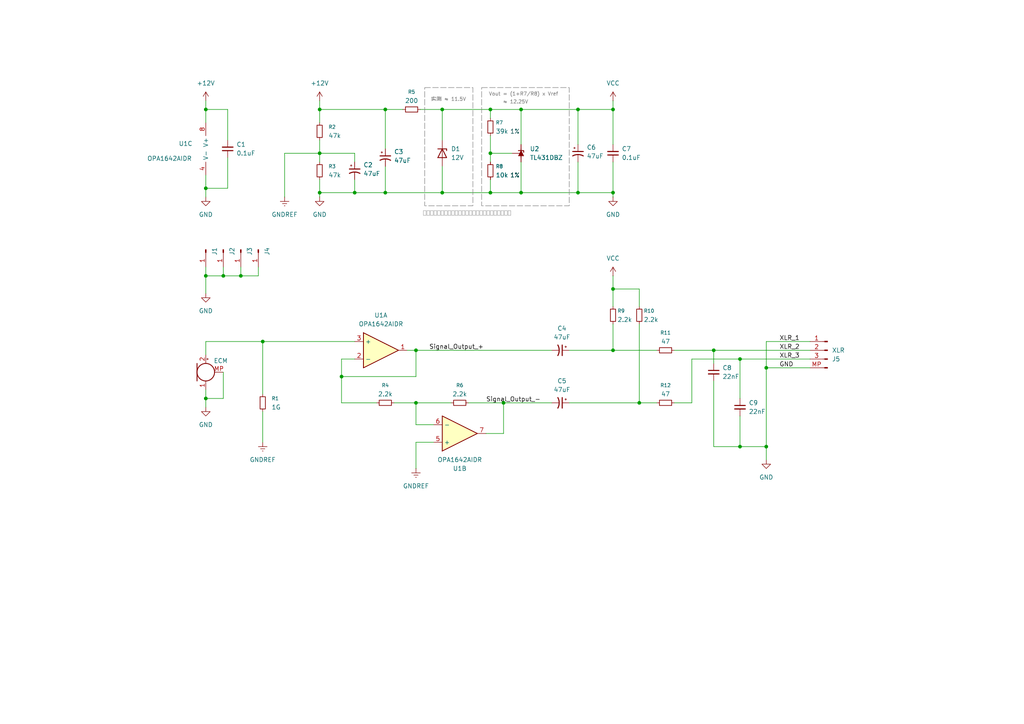
<source format=kicad_sch>
(kicad_sch (version 20250114) (generator "eeschema") (generator_version "9.0")
  (paper "A4")
  (title_block (title "OPA_Alice_ECM_Microphone") (date "2025-09-05") (rev "V1.0") (company "AXin实验室"))
  (lib_symbols
    (symbol "Connector:Conn_01x01_Pin" (pin_names (offset 1.016) (hide yes))
      (property "Reference" "J" (at 0 2.54 0))
      (property "Value" "Conn_01x01_Pin" (at 0 -2.54 0))
      (symbol "Conn_01x01_Pin_1_1"
        (rectangle (start 0.8636 0.127) (end 0 -0.127) (stroke (width 0.1524)) (fill (type outline)))
        (polyline (pts (xy 1.27 0) (xy 0.8636 0)) (stroke (width 0.1524)))
        (pin passive line (at 5.08 0 180) (length 3.81) (name "Pin_1") (number "1"))
      )
    )
    (symbol "Connector:Conn_01x04_Pin" (pin_names (offset 1.016) (hide yes))
      (property "Reference" "J2" (at -1.27 -2.5401 0))
      (property "Value" "XLR" (at -1.27 -0.0001 0))
      (symbol "Conn_01x04_Pin_1_1"
        (rectangle (start 0.8636 2.667) (end 0 2.413) (stroke (width 0.1524)) (fill (type outline)))
        (rectangle (start 0.8636 0.127) (end 0 -0.127) (stroke (width 0.1524)) (fill (type outline)))
        (rectangle (start 0.8636 -2.413) (end 0 -2.667) (stroke (width 0.1524)) (fill (type outline)))
        (rectangle (start 0.8636 -4.953) (end 0 -5.207) (stroke (width 0.1524)) (fill (type outline)))
        (polyline (pts (xy 1.27 2.54) (xy 0.8636 2.54)) (stroke (width 0.1524)))
        (polyline (pts (xy 1.27 0) (xy 0.8636 0)) (stroke (width 0.1524)))
        (polyline (pts (xy 1.27 -2.54) (xy 0.8636 -2.54)) (stroke (width 0.1524)))
        (polyline (pts (xy 1.27 -5.08) (xy 0.8636 -5.08)) (stroke (width 0.1524)))
        (pin passive line (at 5.08 2.54 180) (length 3.81) (name "Pin_1") (number "1"))
        (pin passive line (at 5.08 0 180) (length 3.81) (name "Pin_2") (number "2"))
        (pin passive line (at 5.08 -2.54 180) (length 3.81) (name "Pin_3") (number "3"))
        (pin passive line (at 5.08 -5.08 180) (length 3.81) (name "Pin_4") (number "MP"))
      )
    )
    (symbol "Device:C_Polarized_Small_US" (pin_numbers (hide yes)) (pin_names (offset 0.254) (hide yes))
      (property "Reference" "C" (at 0.254 1.778 0))
      (property "Value" "C_Polarized_Small_US" (at 0.254 -2.032 0))
      (symbol "C_Polarized_Small_US_0_1"
        (polyline (pts (xy -1.524 0.508) (xy 1.524 0.508)) (stroke (width 0.3048)))
        (polyline (pts (xy -1.27 1.524) (xy -0.762 1.524)))
        (polyline (pts (xy -1.016 1.27) (xy -1.016 1.778)))
        (arc (start -1.524 -0.762) (mid 0 -0.3734) (end 1.524 -0.762) (stroke (width 0.3048)))
      )
      (symbol "C_Polarized_Small_US_1_1"
        (pin passive line (at 0 2.54 270) (length 2.032) (name "~") (number "1"))
        (pin passive line (at 0 -2.54 90) (length 2.032) (name "~") (number "2"))
      )
    )
    (symbol "Device:C_Small" (pin_numbers (hide yes)) (pin_names (offset 0.254) (hide yes))
      (property "Reference" "C" (at 0.254 1.778 0))
      (property "Value" "C_Small" (at 0.254 -2.032 0))
      (symbol "C_Small_0_1"
        (polyline (pts (xy -1.524 0.508) (xy 1.524 0.508)) (stroke (width 0.3048)))
        (polyline (pts (xy -1.524 -0.508) (xy 1.524 -0.508)) (stroke (width 0.3302)))
      )
      (symbol "C_Small_1_1"
        (pin passive line (at 0 2.54 270) (length 2.032) (name "~") (number "1"))
        (pin passive line (at 0 -2.54 90) (length 2.032) (name "~") (number "2"))
      )
    )
    (symbol "Device:D_Zener" (pin_numbers (hide yes)) (pin_names (offset 1.016) (hide yes))
      (property "Reference" "D" (at 0 2.54 0))
      (property "Value" "D_Zener" (at 0 -2.54 0))
      (symbol "D_Zener_0_1"
        (polyline (pts (xy -1.27 -1.27) (xy -1.27 1.27) (xy -0.762 1.27)) (stroke (width 0.254)))
        (polyline (pts (xy 1.27 0) (xy -1.27 0)))
        (polyline (pts (xy 1.27 -1.27) (xy 1.27 1.27) (xy -1.27 0) (xy 1.27 -1.27)) (stroke (width 0.254)))
      )
      (symbol "D_Zener_1_1"
        (pin passive line (at -3.81 0 0) (length 2.54) (name "K") (number "1"))
        (pin passive line (at 3.81 0 180) (length 2.54) (name "A") (number "2"))
      )
    )
    (symbol "Device:Microphone" (pin_names (offset 0.0254) (hide yes))
      (property "Value" "ECM" (at 2.286 3.302 0))
      (symbol "Microphone_0_1"
        (polyline (pts (xy -2.54 2.54) (xy -2.54 -2.54)) (stroke (width 0.254)))
        (circle (center 0 0) (radius 2.54) (stroke (width 0.254)))
        (polyline (pts (xy 0.254 3.81) (xy 0.762 3.81)))
        (polyline (pts (xy 0.508 4.064) (xy 0.508 3.556)))
      )
      (symbol "Microphone_1_1"
        (pin passive line (at 0 5.08 270) (length 2.54) (name "+") (number "2"))
        (pin passive line (at 0 -5.08 90) (length 2.54) (name "-") (number "1"))
        (pin passive line (at 5.08 0 180) (length 2.54) (name "MP") (number "MP"))
      )
    )
    (symbol "Device:R_Small" (pin_numbers (hide yes)) (pin_names (offset 0.254) (hide yes))
      (property "Reference" "R" (at 0 0 90))
      (property "Value" "R_Small" (at 1.778 0 90))
      (symbol "R_Small_0_1"
        (rectangle (start -0.762 1.778) (end 0.762 -1.778) (stroke (width 0.2032)))
      )
      (symbol "R_Small_1_1"
        (pin passive line (at 0 2.54 270) (length 0.762) (name "~") (number "1"))
        (pin passive line (at 0 -2.54 90) (length 0.762) (name "~") (number "2"))
      )
    )
    (symbol "PCM1863:OPA1642AIDR"
      (property "Reference" "U" (at 2.794 7.62 0))
      (property "Value" "OPA1642AIDR" (at 0 0 0))
      (symbol "OPA1642AIDR_1_1"
        (polyline (pts (xy 0 5.08) (xy 10.16 0) (xy 0 -5.08) (xy 0 5.08)) (stroke (width 0.254)) (fill (type background)))
        (pin input line (at -2.54 2.54 0) (length 2.54) (name "+") (number "3"))
        (pin input line (at -2.54 -2.54 0) (length 2.54) (name "-") (number "2"))
        (pin output line (at 12.7 0 180) (length 2.54) (name "~") (number "1"))
      )
      (symbol "OPA1642AIDR_2_1"
        (polyline (pts (xy 0 5.08) (xy 10.16 0) (xy 0 -5.08) (xy 0 5.08)) (stroke (width 0.254)) (fill (type background)))
        (pin input line (at -2.54 2.54 0) (length 2.54) (name "+") (number "5"))
        (pin input line (at -2.54 -2.54 0) (length 2.54) (name "-") (number "6"))
        (pin output line (at 12.7 0 180) (length 2.54) (name "~") (number "7"))
      )
      (symbol "OPA1642AIDR_3_1"
        (pin power_in line (at 0 7.62 270) (length 3.81) (name "V+") (number "8"))
        (pin power_in line (at 0 -7.62 90) (length 3.81) (name "V-") (number "4"))
      )
    )
    (symbol "Reference_Voltage:TL431DBZ" (pin_numbers (hide yes)) (pin_names (hide yes))
      (property "Reference" "U" (at -2.54 2.54 0))
      (property "Value" "TL431DBZ" (at 0 -2.54 0))
      (symbol "TL431DBZ_0_1"
        (polyline (pts (xy -1.27 0) (xy 0 0) (xy 1.27 0)))
        (polyline (pts (xy -0.762 -0.762) (xy -0.762 0.762) (xy 0.762 0) (xy -0.762 -0.762)) (fill (type outline)))
        (polyline (pts (xy 0.254 -0.762) (xy 0.762 -0.762) (xy 0.762 0.762) (xy 0.762 0.762)) (stroke (width 0.254)))
      )
      (symbol "TL431DBZ_1_1"
        (pin passive line (at -2.54 0 0) (length 2.54) (name "A") (number "3"))
        (pin passive line (at 0 2.54 270) (length 2.54) (name "REF") (number "2"))
        (pin passive line (at 2.54 0 180) (length 2.54) (name "K") (number "1"))
      )
    )
    (symbol "power:+12V" (power) (pin_numbers (hide yes)) (pin_names (offset 0) (hide yes))
      (property "Value" "+12V" (at 0 3.556 0))
      (symbol "+12V_0_1"
        (polyline (pts (xy -0.762 1.27) (xy 0 2.54)))
        (polyline (pts (xy 0 2.54) (xy 0.762 1.27)))
        (polyline (pts (xy 0 0) (xy 0 2.54)))
      )
      (symbol "+12V_1_1"
        (pin power_in line (at 0 0 90) (length 0) (name "~") (number "1"))
      )
    )
    (symbol "power:GND" (power) (pin_numbers (hide yes)) (pin_names (offset 0) (hide yes))
      (property "Value" "GND" (at 0 -3.81 0))
      (symbol "GND_0_1"
        (polyline (pts (xy 0 0) (xy 0 -1.27) (xy 1.27 -1.27) (xy 0 -2.54) (xy -1.27 -1.27) (xy 0 -1.27)))
      )
      (symbol "GND_1_1"
        (pin power_in line (at 0 0 270) (length 0) (name "~") (number "1"))
      )
    )
    (symbol "power:GNDREF" (power) (pin_numbers (hide yes)) (pin_names (offset 0) (hide yes))
      (property "Value" "GNDREF" (at 0 -3.81 0))
      (symbol "GNDREF_0_1"
        (polyline (pts (xy -0.635 -1.905) (xy 0.635 -1.905)))
        (polyline (pts (xy -0.127 -2.54) (xy 0.127 -2.54)))
        (polyline (pts (xy 0 -1.27) (xy 0 0)))
        (polyline (pts (xy 1.27 -1.27) (xy -1.27 -1.27)))
      )
      (symbol "GNDREF_1_1"
        (pin power_in line (at 0 0 270) (length 0) (name "~") (number "1"))
      )
    )
    (symbol "power:VCC" (power) (pin_numbers (hide yes)) (pin_names (offset 0) (hide yes))
      (property "Value" "VCC" (at 0 3.556 0))
      (symbol "VCC_0_1"
        (polyline (pts (xy -0.762 1.27) (xy 0 2.54)))
        (polyline (pts (xy 0 2.54) (xy 0.762 1.27)))
        (polyline (pts (xy 0 0) (xy 0 2.54)))
      )
      (symbol "VCC_1_1"
        (pin power_in line (at 0 0 90) (length 0) (name "~") (number "1"))
      )
    )
  )
  (rectangle (start 123.19 25.4) (end 137.16 59.69) (stroke (width 0) (type dash) (color 132 132 132 1)))
  (rectangle (start 139.7 25.4) (end 165.1 59.69) (stroke (width 0) (type dash) (color 132 132 132 1)))
  (text "Vout = (1+R7/R8) x Vref" (at 141.732 27.432 0) (effects (font (size 1.016 1.016)) (justify left)))
  (text "实测 ≈ 11.5V" (at 124.968 28.956 0) (effects (font (size 1.016 1.016)) (justify left)))
  (text "用于测试不同稳压电路底噪，两个稳压电路保留一个即可" (at 122.682 62.992 0) (effects (font (size 1.2192 1.2192) (bold yes)) (justify left bottom)))
  (text "≈ 12.25V" (at 145.796 29.718 0) (effects (font (size 1.016 1.016)) (justify left)))
  (junction (at 102.87 55.88))
  (junction (at 59.69 54.61))
  (junction (at 151.13 31.75))
  (junction (at 69.85 80.01))
  (junction (at 76.2 99.06))
  (junction (at 120.65 116.84))
  (junction (at 92.71 55.88))
  (junction (at 167.64 55.88))
  (junction (at 177.8 83.82))
  (junction (at 177.8 101.6))
  (junction (at 59.69 80.01))
  (junction (at 146.05 116.84))
  (junction (at 59.69 115.57))
  (junction (at 151.13 55.88))
  (junction (at 142.24 55.88))
  (junction (at 92.71 44.45))
  (junction (at 167.64 31.75))
  (junction (at 120.65 101.6))
  (junction (at 214.63 104.14))
  (junction (at 64.77 80.01))
  (junction (at 214.63 129.54))
  (junction (at 177.8 31.75))
  (junction (at 222.25 129.54))
  (junction (at 128.27 55.88))
  (junction (at 128.27 31.75))
  (junction (at 142.24 44.45))
  (junction (at 59.69 31.75))
  (junction (at 111.76 55.88))
  (junction (at 185.42 116.84))
  (junction (at 111.76 31.75))
  (junction (at 222.25 106.68))
  (junction (at 142.24 31.75))
  (junction (at 177.8 55.88))
  (junction (at 207.01 101.6))
  (junction (at 92.71 31.75))
  (junction (at 99.06 109.22))
  (wire (pts (xy 59.69 50.8) (xy 59.69 54.61)))
  (wire (pts (xy 59.69 29.21) (xy 59.69 31.75)))
  (wire (pts (xy 151.13 46.99) (xy 151.13 55.88)))
  (wire (pts (xy 76.2 119.38) (xy 76.2 128.27)))
  (wire (pts (xy 128.27 48.26) (xy 128.27 55.88)))
  (wire (pts (xy 59.69 85.09) (xy 59.69 80.01)))
  (wire (pts (xy 167.64 31.75) (xy 177.8 31.75)))
  (wire (pts (xy 142.24 31.75) (xy 151.13 31.75)))
  (wire (pts (xy 120.65 101.6) (xy 118.11 101.6)))
  (wire (pts (xy 92.71 55.88) (xy 92.71 57.15)))
  (wire (pts (xy 142.24 39.37) (xy 142.24 44.45)))
  (wire (pts (xy 82.55 44.45) (xy 82.55 57.15)))
  (wire (pts (xy 92.71 44.45) (xy 82.55 44.45)))
  (wire (pts (xy 59.69 31.75) (xy 59.69 35.56)))
  (wire (pts (xy 69.85 77.47) (xy 69.85 80.01)))
  (wire (pts (xy 111.76 31.75) (xy 111.76 43.18)))
  (wire (pts (xy 114.3 116.84) (xy 120.65 116.84)))
  (wire (pts (xy 135.89 116.84) (xy 146.05 116.84)))
  (wire (pts (xy 177.8 101.6) (xy 177.8 93.98)))
  (wire (pts (xy 59.69 77.47) (xy 59.69 80.01)))
  (wire (pts (xy 92.71 52.07) (xy 92.71 55.88)))
  (wire (pts (xy 76.2 99.06) (xy 76.2 114.3)))
  (wire (pts (xy 222.25 106.68) (xy 222.25 129.54)))
  (wire (pts (xy 76.2 99.06) (xy 102.87 99.06)))
  (wire (pts (xy 59.69 115.57) (xy 59.69 118.11)))
  (wire (pts (xy 222.25 129.54) (xy 222.25 133.35)))
  (wire (pts (xy 120.65 101.6) (xy 160.02 101.6)))
  (wire (pts (xy 102.87 44.45) (xy 102.87 46.99)))
  (wire (pts (xy 142.24 44.45) (xy 148.59 44.45)))
  (wire (pts (xy 66.04 45.72) (xy 66.04 54.61)))
  (wire (pts (xy 99.06 109.22) (xy 99.06 116.84)))
  (wire (pts (xy 214.63 129.54) (xy 222.25 129.54)))
  (wire (pts (xy 142.24 55.88) (xy 151.13 55.88)))
  (wire (pts (xy 99.06 116.84) (xy 109.22 116.84)))
  (wire (pts (xy 185.42 93.98) (xy 185.42 116.84)))
  (wire (pts (xy 59.69 102.87) (xy 59.69 99.06)))
  (wire (pts (xy 74.93 77.47) (xy 74.93 80.01)))
  (wire (pts (xy 177.8 55.88) (xy 177.8 57.15)))
  (wire (pts (xy 165.1 101.6) (xy 177.8 101.6)))
  (wire (pts (xy 92.71 31.75) (xy 111.76 31.75)))
  (wire (pts (xy 185.42 116.84) (xy 190.5 116.84)))
  (wire (pts (xy 120.65 123.19) (xy 120.65 116.84)))
  (wire (pts (xy 167.64 55.88) (xy 177.8 55.88)))
  (wire (pts (xy 120.65 128.27) (xy 120.65 135.89)))
  (wire (pts (xy 102.87 55.88) (xy 111.76 55.88)))
  (wire (pts (xy 69.85 80.01) (xy 64.77 80.01)))
  (wire (pts (xy 222.25 106.68) (xy 234.95 106.68)))
  (wire (pts (xy 195.58 101.6) (xy 207.01 101.6)))
  (wire (pts (xy 64.77 77.47) (xy 64.77 80.01)))
  (wire (pts (xy 92.71 29.21) (xy 92.71 31.75)))
  (wire (pts (xy 177.8 29.21) (xy 177.8 31.75)))
  (wire (pts (xy 200.66 116.84) (xy 200.66 104.14)))
  (wire (pts (xy 207.01 101.6) (xy 234.95 101.6)))
  (wire (pts (xy 92.71 44.45) (xy 92.71 46.99)))
  (wire (pts (xy 59.69 31.75) (xy 66.04 31.75)))
  (wire (pts (xy 177.8 31.75) (xy 177.8 41.91)))
  (wire (pts (xy 64.77 107.95) (xy 64.77 115.57)))
  (wire (pts (xy 167.64 31.75) (xy 167.64 41.91)))
  (wire (pts (xy 185.42 83.82) (xy 185.42 88.9)))
  (wire (pts (xy 120.65 109.22) (xy 120.65 101.6)))
  (wire (pts (xy 111.76 55.88) (xy 128.27 55.88)))
  (wire (pts (xy 92.71 40.64) (xy 92.71 44.45)))
  (wire (pts (xy 120.65 116.84) (xy 130.81 116.84)))
  (wire (pts (xy 151.13 31.75) (xy 167.64 31.75)))
  (wire (pts (xy 125.73 128.27) (xy 120.65 128.27)))
  (wire (pts (xy 111.76 48.26) (xy 111.76 55.88)))
  (wire (pts (xy 92.71 55.88) (xy 102.87 55.88)))
  (wire (pts (xy 214.63 120.65) (xy 214.63 129.54)))
  (wire (pts (xy 146.05 125.73) (xy 140.97 125.73)))
  (wire (pts (xy 207.01 129.54) (xy 214.63 129.54)))
  (wire (pts (xy 151.13 55.88) (xy 167.64 55.88)))
  (wire (pts (xy 59.69 115.57) (xy 64.77 115.57)))
  (wire (pts (xy 59.69 99.06) (xy 76.2 99.06)))
  (wire (pts (xy 64.77 80.01) (xy 59.69 80.01)))
  (wire (pts (xy 177.8 46.99) (xy 177.8 55.88)))
  (wire (pts (xy 177.8 83.82) (xy 177.8 88.9)))
  (wire (pts (xy 207.01 110.49) (xy 207.01 129.54)))
  (wire (pts (xy 92.71 31.75) (xy 92.71 35.56)))
  (wire (pts (xy 177.8 80.01) (xy 177.8 83.82)))
  (wire (pts (xy 142.24 31.75) (xy 142.24 34.29)))
  (wire (pts (xy 142.24 44.45) (xy 142.24 46.99)))
  (wire (pts (xy 121.92 31.75) (xy 128.27 31.75)))
  (wire (pts (xy 74.93 80.01) (xy 69.85 80.01)))
  (wire (pts (xy 214.63 104.14) (xy 234.95 104.14)))
  (wire (pts (xy 99.06 109.22) (xy 120.65 109.22)))
  (wire (pts (xy 165.1 116.84) (xy 185.42 116.84)))
  (wire (pts (xy 195.58 116.84) (xy 200.66 116.84)))
  (wire (pts (xy 59.69 113.03) (xy 59.69 115.57)))
  (wire (pts (xy 128.27 55.88) (xy 142.24 55.88)))
  (wire (pts (xy 167.64 46.99) (xy 167.64 55.88)))
  (wire (pts (xy 125.73 123.19) (xy 120.65 123.19)))
  (wire (pts (xy 66.04 40.64) (xy 66.04 31.75)))
  (wire (pts (xy 177.8 101.6) (xy 190.5 101.6)))
  (wire (pts (xy 146.05 116.84) (xy 146.05 125.73)))
  (wire (pts (xy 102.87 52.07) (xy 102.87 55.88)))
  (wire (pts (xy 177.8 83.82) (xy 185.42 83.82)))
  (wire (pts (xy 142.24 52.07) (xy 142.24 55.88)))
  (wire (pts (xy 59.69 54.61) (xy 66.04 54.61)))
  (wire (pts (xy 116.84 31.75) (xy 111.76 31.75)))
  (wire (pts (xy 151.13 31.75) (xy 151.13 41.91)))
  (wire (pts (xy 234.95 99.06) (xy 222.25 99.06)))
  (wire (pts (xy 207.01 101.6) (xy 207.01 105.41)))
  (wire (pts (xy 128.27 31.75) (xy 142.24 31.75)))
  (wire (pts (xy 59.69 54.61) (xy 59.69 57.15)))
  (wire (pts (xy 102.87 104.14) (xy 99.06 104.14)))
  (wire (pts (xy 214.63 104.14) (xy 214.63 115.57)))
  (wire (pts (xy 200.66 104.14) (xy 214.63 104.14)))
  (wire (pts (xy 128.27 31.75) (xy 128.27 40.64)))
  (wire (pts (xy 99.06 104.14) (xy 99.06 109.22)))
  (wire (pts (xy 146.05 116.84) (xy 160.02 116.84)))
  (wire (pts (xy 222.25 99.06) (xy 222.25 106.68)))
  (wire (pts (xy 92.71 44.45) (xy 102.87 44.45)))
  (label "Signal_Output_+" (at 124.46 101.6 0))
  (label "XLR_3" (at 226.06 104.14 0))
  (label "GND" (at 226.06 106.68 0))
  (label "Signal_Output_-" (at 140.97 116.84 0))
  (label "XLR_1" (at 226.06 99.06 0))
  (label "XLR_2" (at 226.06 101.6 0))
  (symbol (lib_id "Device:R_Small") (at 119.38 31.75 270) (unit 1)
    (property "Reference" "R5" (at 119.38 26.67 90) (effects (font (size 1.016 1.016))))
    (property "Value" "200" (at 119.38 29.21 90))
    (property "Footprint" "Resistor_SMD:R_0603_1608Metric_Pad0.98x0.95mm_HandSolder" (effects (hide yes)))
    (property "Description" "Resistor, small symbol" (effects (hide yes)))
  )
  (symbol (lib_id "Device:R_Small") (at 133.35 116.84 90) (unit 1)
    (property "Reference" "R6" (at 133.35 111.76 90) (effects (font (size 1.016 1.016))))
    (property "Value" "2.2k" (at 133.35 114.3 90))
    (property "Footprint" "Resistor_SMD:R_0603_1608Metric_Pad0.98x0.95mm_HandSolder" (effects (hide yes)))
    (property "Description" "Resistor, small symbol" (effects (hide yes)))
  )
  (symbol (lib_id "Device:Microphone") (at 59.69 107.95 0) (unit 1)
    (property "Reference" "MK1" (effects (hide yes)))
    (property "Value" "ECM" (at 61.976 104.648 0) (effects (justify left)))
    (property "Footprint" "Connector_Molex:Molex_PicoBlade_53398-0271_1x02-1MP_P1.25mm_Vertical" (effects (hide yes)))
    (property "Description" "Microphone" (effects (hide yes)))
  )
  (symbol (lib_id "Connector:Conn_01x01_Pin") (at 64.77 72.39 270) (unit 1)
    (property "Reference" "J2" (at 67.31 72.898 0))
    (property "Value" "Conn_01x01_Pin" (effects (hide yes)))
    (property "Footprint" "custom_connector:F5-9-0.4直筒内绕平行针_触摸弹簧" (effects (hide yes)))
    (property "Description" "Generic connector, single row, 01x01, script generated" (effects (hide yes)))
  )
  (symbol (lib_id "Device:R_Small") (at 193.04 116.84 90) (unit 1)
    (property "Reference" "R12" (at 193.04 111.76 90) (effects (font (size 1.016 1.016))))
    (property "Value" "47" (at 193.04 114.3 90))
    (property "Footprint" "Resistor_SMD:R_0603_1608Metric_Pad0.98x0.95mm_HandSolder" (effects (hide yes)))
    (property "Description" "Resistor, small symbol" (effects (hide yes)))
  )
  (symbol (lib_id "power:GND") (at 92.71 57.15 0) (unit 1)
    (property "Reference" "#PWR08" (effects (hide yes)))
    (property "Value" "GND" (at 92.71 62.23 0))
    (property "Description" "Power symbol creates a global label with name \"GND\" , ground" (effects (hide yes)))
  )
  (symbol (lib_id "Device:C_Small") (at 177.8 44.45 180) (unit 1)
    (property "Reference" "C7" (at 180.34 43.1735 0) (effects (justify right)))
    (property "Value" "0.1uF" (at 180.34 45.7135 0) (effects (justify right)))
    (property "Footprint" "Capacitor_SMD:C_0603_1608Metric_Pad1.08x0.95mm_HandSolder" (effects (hide yes)))
    (property "Description" "Unpolarized capacitor, small symbol" (effects (hide yes)))
  )
  (symbol (lib_id "power:GND") (at 59.69 57.15 0) (unit 1)
    (property "Reference" "#PWR02" (effects (hide yes)))
    (property "Value" "GND" (at 59.69 62.23 0))
    (property "Description" "Power symbol creates a global label with name \"GND\" , ground" (effects (hide yes)))
  )
  (symbol (lib_id "Device:C_Polarized_Small_US") (at 162.56 116.84 270) (unit 1)
    (property "Reference" "C5" (at 162.9918 110.49 90))
    (property "Value" "47uF" (at 162.9918 113.03 90))
    (property "Footprint" "Capacitor_SMD:CP_Elec_8x10.5" (effects (hide yes)))
    (property "Description" "Polarized capacitor, small US symbol" (effects (hide yes)))
    (property "Voltage" "63V" (effects (hide yes)))
  )
  (symbol (lib_id "Device:C_Polarized_Small_US") (at 102.87 49.53 0) (unit 1)
    (property "Reference" "C2" (at 105.41 47.8281 0) (effects (justify left)))
    (property "Value" "47uF" (at 105.41 50.3681 0) (effects (justify left)))
    (property "Footprint" "Capacitor_SMD:CP_Elec_8x10.5" (effects (hide yes)))
    (property "Description" "Polarized capacitor, small US symbol" (effects (hide yes)))
    (property "Voltage" "63V" (effects (hide yes)))
  )
  (symbol (lib_id "power:GNDREF") (at 120.65 135.89 0) (unit 1)
    (property "Reference" "#PWR09" (effects (hide yes)))
    (property "Value" "GNDREF" (at 120.65 140.97 0))
    (property "Description" "Power symbol creates a global label with name \"GNDREF\" , reference supply ground" (effects (hide yes)))
  )
  (symbol (lib_id "Device:C_Small") (at 207.01 107.95 0) (unit 1)
    (property "Reference" "C8" (at 209.55 106.6862 0) (effects (justify left)))
    (property "Value" "22nF" (at 209.55 109.2262 0) (effects (justify left)))
    (property "Footprint" "Capacitor_SMD:C_1206_3216Metric_Pad1.33x1.80mm_HandSolder" (effects (hide yes)))
    (property "Description" "Unpolarized capacitor, small symbol" (effects (hide yes)))
  )
  (symbol (lib_id "power:+12V") (at 59.69 29.21 0) (unit 1)
    (property "Reference" "#PWR01" (effects (hide yes)))
    (property "Value" "+12V" (at 59.69 24.13 0))
    (property "Description" "Power symbol creates a global label with name \"+12V\"" (effects (hide yes)))
  )
  (symbol (lib_id "power:GND") (at 222.25 133.35 0) (unit 1)
    (property "Reference" "#PWR013" (effects (hide yes)))
    (property "Value" "GND" (at 222.25 138.43 0))
    (property "Description" "Power symbol creates a global label with name \"GND\" , ground" (effects (hide yes)))
  )
  (symbol (lib_id "Device:C_Small") (at 66.04 43.18 180) (unit 1)
    (property "Reference" "C1" (at 68.58 41.9035 0) (effects (justify right)))
    (property "Value" "0.1uF" (at 68.58 44.4435 0) (effects (justify right)))
    (property "Footprint" "Capacitor_SMD:C_0603_1608Metric_Pad1.08x0.95mm_HandSolder" (effects (hide yes)))
    (property "Description" "Unpolarized capacitor, small symbol" (effects (hide yes)))
  )
  (symbol (lib_id "Device:D_Zener") (at 128.27 44.45 270) (unit 1)
    (property "Reference" "D1" (at 130.81 43.1799 90) (effects (justify left)))
    (property "Value" "12V" (at 130.81 45.7199 90) (effects (justify left)))
    (property "Footprint" "Diode_SMD:D_SMA" (effects (hide yes)))
    (property "Description" "1SMA4742A 12V Zener diode" (effects (hide yes)))
  )
  (symbol (lib_id "Device:R_Small") (at 92.71 38.1 0) (unit 1)
    (property "Reference" "R2" (at 95.25 36.8299 0) (effects (font (size 1.016 1.016)) (justify left)))
    (property "Value" "47k" (at 95.25 39.3699 0) (effects (justify left)))
    (property "Footprint" "Resistor_SMD:R_0603_1608Metric_Pad0.98x0.95mm_HandSolder" (effects (hide yes)))
    (property "Description" "Resistor, small symbol" (effects (hide yes)))
  )
  (symbol (lib_id "Device:R_Small") (at 177.8 91.44 180) (unit 1)
    (property "Reference" "R9" (at 179.07 90.17 0) (effects (font (size 1.016 1.016)) (justify right)))
    (property "Value" "2.2k" (at 179.07 92.71 0) (effects (justify right)))
    (property "Footprint" "Resistor_SMD:R_0603_1608Metric_Pad0.98x0.95mm_HandSolder" (effects (hide yes)))
    (property "Description" "Resistor, small symbol" (effects (hide yes)))
  )
  (symbol (lib_id "power:VCC") (at 177.8 29.21 0) (unit 1)
    (property "Reference" "#PWR011" (effects (hide yes)))
    (property "Value" "VCC" (at 177.8 24.13 0))
    (property "Description" "Power symbol creates a global label with name \"VCC\"" (effects (hide yes)))
  )
  (symbol (lib_id "power:GND") (at 177.8 57.15 0) (unit 1)
    (property "Reference" "#PWR012" (effects (hide yes)))
    (property "Value" "GND" (at 177.8 62.23 0))
    (property "Description" "Power symbol creates a global label with name \"GND\" , ground" (effects (hide yes)))
  )
  (symbol (lib_id "Device:R_Small") (at 193.04 101.6 90) (unit 1)
    (property "Reference" "R11" (at 193.04 96.52 90) (effects (font (size 1.016 1.016))))
    (property "Value" "47" (at 193.04 99.06 90))
    (property "Footprint" "Resistor_SMD:R_0603_1608Metric_Pad0.98x0.95mm_HandSolder" (effects (hide yes)))
    (property "Description" "Resistor, small symbol" (effects (hide yes)))
  )
  (symbol (lib_id "Device:R_Small") (at 111.76 116.84 90) (unit 1)
    (property "Reference" "R4" (at 111.76 111.76 90) (effects (font (size 1.016 1.016))))
    (property "Value" "2.2k" (at 111.76 114.3 90))
    (property "Footprint" "Resistor_SMD:R_0603_1608Metric_Pad0.98x0.95mm_HandSolder" (effects (hide yes)))
    (property "Description" "Resistor, small symbol" (effects (hide yes)))
  )
  (symbol (lib_id "PCM1863:OPA1642AIDR") (at 128.27 125.73 0) (mirror x) (unit 2)
    (property "Reference" "U1" (at 133.35 135.89 0))
    (property "Value" "OPA1642AIDR" (at 133.35 133.35 0))
    (property "Footprint" "Package_SO:SOIC-8_3.9x4.9mm_P1.27mm" (effects (hide yes)))
    (property "Datasheet" "https://www.ti.com.cn/cn/lit/ds/symlink/opa1642.pdf?ts=1755851062178&ref_url=https%253A%252F%252Fwww.ti.com.cn%252Fproduct%252Fcn%252FOPA1642" (effects (hide yes)))
    (property "Description" "双通道 SoundPlus™ 高性能、JFET 输入音频运算放大器" (effects (hide yes)))
  )
  (symbol (lib_id "Device:R_Small") (at 76.2 116.84 0) (unit 1)
    (property "Reference" "R1" (at 78.74 115.5699 0) (effects (font (size 1.016 1.016)) (justify left)))
    (property "Value" "1G" (at 78.74 118.1099 0) (effects (justify left)))
    (property "Footprint" "Resistor_THT:R_Axial_DIN0204_L3.6mm_D1.6mm_P7.62mm_Horizontal" (effects (hide yes)))
    (property "Description" "Resistor, small symbol" (effects (hide yes)))
  )
  (symbol (lib_id "PCM1863:OPA1642AIDR") (at 59.69 43.18 0) (unit 3)
    (property "Reference" "U1" (at 51.816 41.656 0) (effects (justify left)))
    (property "Value" "OPA1642AIDR" (at 42.672 45.974 0) (effects (justify left)))
    (property "Footprint" "Package_SO:SOIC-8_3.9x4.9mm_P1.27mm" (effects (hide yes)))
    (property "Datasheet" "https://www.ti.com.cn/cn/lit/ds/symlink/opa1642.pdf?ts=1755851062178&ref_url=https%253A%252F%252Fwww.ti.com.cn%252Fproduct%252Fcn%252FOPA1642" (effects (hide yes)))
    (property "Description" "双通道 SoundPlus™ 高性能、JFET 输入音频运算放大器" (effects (hide yes)))
  )
  (symbol (lib_id "power:GND") (at 59.69 118.11 0) (unit 1)
    (property "Reference" "#PWR03" (effects (hide yes)))
    (property "Value" "GND" (at 59.69 123.19 0))
    (property "Description" "Power symbol creates a global label with name \"GND\" , ground" (effects (hide yes)))
  )
  (symbol (lib_id "Connector:Conn_01x01_Pin") (at 69.85 72.39 270) (unit 1)
    (property "Reference" "J3" (at 72.39 72.898 0))
    (property "Value" "Conn_01x01_Pin" (effects (hide yes)))
    (property "Footprint" "custom_connector:F5-9-0.4直筒内绕平行针_触摸弹簧" (effects (hide yes)))
    (property "Description" "Generic connector, single row, 01x01, script generated" (effects (hide yes)))
  )
  (symbol (lib_id "power:GNDREF") (at 76.2 128.27 0) (unit 1)
    (property "Reference" "#PWR04" (effects (hide yes)))
    (property "Value" "GNDREF" (at 76.2 133.35 0))
    (property "Description" "Power symbol creates a global label with name \"GNDREF\" , reference supply ground" (effects (hide yes)))
  )
  (symbol (lib_id "Device:R_Small") (at 92.71 49.53 0) (unit 1)
    (property "Reference" "R3" (at 95.25 48.2599 0) (effects (font (size 1.016 1.016)) (justify left)))
    (property "Value" "47k" (at 95.25 50.7999 0) (effects (justify left)))
    (property "Footprint" "Resistor_SMD:R_0603_1608Metric_Pad0.98x0.95mm_HandSolder" (effects (hide yes)))
    (property "Description" "Resistor, small symbol" (effects (hide yes)))
  )
  (symbol (lib_id "Connector:Conn_01x04_Pin") (at 240.03 101.6 0) (mirror y) (unit 1)
    (property "Reference" "J5" (at 241.3 104.1401 0) (effects (justify right)))
    (property "Value" "XLR" (at 241.3 101.6001 0) (effects (justify right)))
    (property "Footprint" "Connector_Molex:Molex_PicoBlade_53398-0371_1x03-1MP_P1.25mm_Vertical" (effects (hide yes)))
    (property "Description" "Generic connector, single row, 01x04, script generated" (effects (hide yes)))
  )
  (symbol (lib_id "PCM1863:OPA1642AIDR") (at 105.41 101.6 0) (unit 1)
    (property "Reference" "U1" (at 110.49 91.44 0))
    (property "Value" "OPA1642AIDR" (at 110.49 93.98 0))
    (property "Footprint" "Package_SO:SOIC-8_3.9x4.9mm_P1.27mm" (effects (hide yes)))
    (property "Datasheet" "https://www.ti.com.cn/cn/lit/ds/symlink/opa1642.pdf?ts=1755851062178&ref_url=https%253A%252F%252Fwww.ti.com.cn%252Fproduct%252Fcn%252FOPA1642" (effects (hide yes)))
    (property "Description" "双通道 SoundPlus™ 高性能、JFET 输入音频运算放大器" (effects (hide yes)))
  )
  (symbol (lib_id "power:GND") (at 59.69 85.09 0) (unit 1)
    (property "Reference" "#PWR06" (effects (hide yes)))
    (property "Value" "GND" (at 59.69 90.17 0))
    (property "Description" "Power symbol creates a global label with name \"GND\" , ground" (effects (hide yes)))
  )
  (symbol (lib_id "Connector:Conn_01x01_Pin") (at 74.93 72.39 270) (unit 1)
    (property "Reference" "J4" (at 77.47 72.898 0))
    (property "Value" "Conn_01x01_Pin" (effects (hide yes)))
    (property "Footprint" "custom_connector:F5-9-0.4直筒内绕平行针_触摸弹簧" (effects (hide yes)))
    (property "Description" "Generic connector, single row, 01x01, script generated" (effects (hide yes)))
  )
  (symbol (lib_id "Device:C_Polarized_Small_US") (at 167.64 44.45 0) (unit 1)
    (property "Reference" "C6" (at 170.18 42.7481 0) (effects (justify left)))
    (property "Value" "47uF" (at 170.18 45.2881 0) (effects (justify left)))
    (property "Footprint" "Capacitor_SMD:CP_Elec_8x10.5" (effects (hide yes)))
    (property "Description" "Polarized capacitor, small US symbol" (effects (hide yes)))
    (property "Voltage" "63V" (effects (hide yes)))
  )
  (symbol (lib_id "Device:R_Small") (at 142.24 36.83 0) (unit 1)
    (property "Reference" "R7" (at 143.764 35.56 0) (effects (font (size 1.016 1.016)) (justify left)))
    (property "Value" "39k" (at 143.764 38.1 0) (effects (justify left)))
    (property "Footprint" "Resistor_SMD:R_0603_1608Metric_Pad0.98x0.95mm_HandSolder" (effects (hide yes)))
    (property "Description" "Resistor, small symbol" (effects (hide yes)))
    (property "Accuracy" "1%" (at 149.352 38.1 0))
  )
  (symbol (lib_id "Device:R_Small") (at 142.24 49.53 0) (unit 1)
    (property "Reference" "R8" (at 143.764 48.26 0) (effects (font (size 1.016 1.016)) (justify left)))
    (property "Value" "10k" (at 143.764 50.8 0) (effects (justify left)))
    (property "Footprint" "Resistor_SMD:R_0603_1608Metric_Pad0.98x0.95mm_HandSolder" (effects (hide yes)))
    (property "Description" "Resistor, small symbol" (effects (hide yes)))
    (property "Accuracy" "1%" (at 149.352 50.8 0))
  )
  (symbol (lib_id "Reference_Voltage:TL431DBZ") (at 151.13 44.45 90) (unit 1)
    (property "Reference" "U2" (at 153.67 43.1799 90) (effects (justify right)))
    (property "Value" "TL431DBZ" (at 153.67 45.7199 90) (effects (justify right)))
    (property "Footprint" "Package_TO_SOT_SMD:SOT-23" (effects (hide yes)))
    (property "Datasheet" "http://www.ti.com/lit/ds/symlink/tl431.pdf" (effects (hide yes)))
    (property "Description" "Shunt Regulator, SOT-23" (effects (hide yes)))
  )
  (symbol (lib_id "Device:C_Polarized_Small_US") (at 162.56 101.6 270) (unit 1)
    (property "Reference" "C4" (at 162.9918 95.25 90))
    (property "Value" "47uF" (at 162.9918 97.79 90))
    (property "Footprint" "Capacitor_SMD:CP_Elec_8x10.5" (effects (hide yes)))
    (property "Description" "Polarized capacitor, small US symbol" (effects (hide yes)))
    (property "Voltage" "63V" (effects (hide yes)))
  )
  (symbol (lib_id "Connector:Conn_01x01_Pin") (at 59.69 72.39 270) (unit 1)
    (property "Reference" "J1" (at 62.23 72.898 0))
    (property "Value" "Conn_01x01_Pin" (effects (hide yes)))
    (property "Footprint" "custom_connector:F5-9-0.4直筒内绕平行针_触摸弹簧" (effects (hide yes)))
    (property "Description" "Generic connector, single row, 01x01, script generated" (effects (hide yes)))
  )
  (symbol (lib_id "power:VCC") (at 177.8 80.01 0) (unit 1)
    (property "Reference" "#PWR010" (effects (hide yes)))
    (property "Value" "VCC" (at 177.8 74.93 0))
    (property "Description" "Power symbol creates a global label with name \"VCC\"" (effects (hide yes)))
  )
  (symbol (lib_id "Device:C_Polarized_Small_US") (at 111.76 45.72 0) (unit 1)
    (property "Reference" "C3" (at 114.3 44.0181 0) (effects (justify left)))
    (property "Value" "47uF" (at 114.3 46.5581 0) (effects (justify left)))
    (property "Footprint" "Capacitor_SMD:CP_Elec_8x10.5" (effects (hide yes)))
    (property "Description" "Polarized capacitor, small US symbol" (effects (hide yes)))
    (property "Voltage" "63V" (effects (hide yes)))
  )
  (symbol (lib_id "Device:C_Small") (at 214.63 118.11 0) (unit 1)
    (property "Reference" "C9" (at 217.17 116.8462 0) (effects (justify left)))
    (property "Value" "22nF" (at 217.17 119.3862 0) (effects (justify left)))
    (property "Footprint" "Capacitor_SMD:C_1206_3216Metric_Pad1.33x1.80mm_HandSolder" (effects (hide yes)))
    (property "Description" "Unpolarized capacitor, small symbol" (effects (hide yes)))
  )
  (symbol (lib_id "power:+12V") (at 92.71 29.21 0) (unit 1)
    (property "Reference" "#PWR07" (effects (hide yes)))
    (property "Value" "+12V" (at 92.71 24.13 0))
    (property "Description" "Power symbol creates a global label with name \"+12V\"" (effects (hide yes)))
  )
  (symbol (lib_id "Device:R_Small") (at 185.42 91.44 180) (unit 1)
    (property "Reference" "R10" (at 186.69 90.17 0) (effects (font (size 1.016 1.016)) (justify right)))
    (property "Value" "2.2k" (at 186.69 92.71 0) (effects (justify right)))
    (property "Footprint" "Resistor_SMD:R_0603_1608Metric_Pad0.98x0.95mm_HandSolder" (effects (hide yes)))
    (property "Description" "Resistor, small symbol" (effects (hide yes)))
  )
  (symbol (lib_id "power:GNDREF") (at 82.55 57.15 0) (unit 1)
    (property "Reference" "#PWR05" (effects (hide yes)))
    (property "Value" "GNDREF" (at 82.55 62.23 0))
    (property "Description" "Power symbol creates a global label with name \"GNDREF\" , reference supply ground" (effects (hide yes)))
  )
)
</source>
